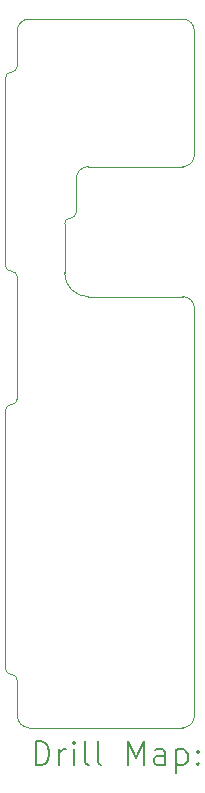
<source format=gbr>
%TF.GenerationSoftware,KiCad,Pcbnew,7.0.11-7.0.11~ubuntu23.10.1*%
%TF.CreationDate,2024-06-17T23:23:06+02:00*%
%TF.ProjectId,Hardware_NanoPi_v7_ConnectorPlate,48617264-7761-4726-955f-4e616e6f5069,rev?*%
%TF.SameCoordinates,Original*%
%TF.FileFunction,Drillmap*%
%TF.FilePolarity,Positive*%
%FSLAX45Y45*%
G04 Gerber Fmt 4.5, Leading zero omitted, Abs format (unit mm)*
G04 Created by KiCad (PCBNEW 7.0.11-7.0.11~ubuntu23.10.1) date 2024-06-17 23:23:06*
%MOMM*%
%LPD*%
G01*
G04 APERTURE LIST*
%ADD10C,0.100000*%
%ADD11C,0.200000*%
G04 APERTURE END LIST*
D10*
X0Y2485355D02*
X0Y300000D01*
X50000Y2535360D02*
G75*
G03*
X0Y2485355I0J-50000D01*
G01*
X1600000Y4650000D02*
X1600000Y5700000D01*
X100005Y3614645D02*
G75*
G03*
X50000Y3664645I-50005J-5D01*
G01*
X550000Y4114640D02*
G75*
G03*
X500000Y4064645I0J-50000D01*
G01*
X0Y5300000D02*
X0Y3714645D01*
X700000Y4550000D02*
X1500000Y4550000D01*
X1500000Y-200000D02*
G75*
G03*
X1600000Y-100000I0J100000D01*
G01*
X50000Y5350000D02*
G75*
G03*
X100000Y5400000I0J50000D01*
G01*
X1600000Y5700000D02*
G75*
G03*
X1500000Y5800000I-100000J0D01*
G01*
X100000Y-100000D02*
G75*
G03*
X200000Y-200000I100000J0D01*
G01*
X100000Y3614645D02*
X100000Y2585355D01*
X200000Y5800000D02*
G75*
G03*
X100000Y5700000I0J-100000D01*
G01*
X550000Y4114640D02*
G75*
G03*
X600000Y4164645I0J50000D01*
G01*
X1600000Y3350000D02*
G75*
G03*
X1500000Y3450000I-100000J0D01*
G01*
X600000Y4164645D02*
X600000Y4450000D01*
X100000Y200000D02*
X100000Y-100000D01*
X5Y3714645D02*
G75*
G03*
X50000Y3664645I49995J-5D01*
G01*
X700000Y4550000D02*
G75*
G03*
X600000Y4450000I0J-100000D01*
G01*
X1500000Y4550000D02*
G75*
G03*
X1600000Y4650000I0J100000D01*
G01*
X50000Y5350000D02*
G75*
G03*
X0Y5300000I0J-50000D01*
G01*
X1600000Y-100000D02*
X1600000Y3350000D01*
X1500000Y5800000D02*
X200000Y5800000D01*
X100000Y200000D02*
G75*
G03*
X50000Y250000I-50000J0D01*
G01*
X1500000Y3450000D02*
X700000Y3450000D01*
X0Y300000D02*
G75*
G03*
X50000Y250000I50000J0D01*
G01*
X50000Y2535360D02*
G75*
G03*
X100000Y2585355I0J50000D01*
G01*
X500000Y4064645D02*
X500000Y3650000D01*
X100000Y5700000D02*
X100000Y5400000D01*
X500000Y3650000D02*
G75*
G03*
X700000Y3450000I200000J0D01*
G01*
X1500000Y-200000D02*
X200000Y-200000D01*
D11*
X255777Y-516484D02*
X255777Y-316484D01*
X255777Y-316484D02*
X303396Y-316484D01*
X303396Y-316484D02*
X331967Y-326008D01*
X331967Y-326008D02*
X351015Y-345055D01*
X351015Y-345055D02*
X360539Y-364103D01*
X360539Y-364103D02*
X370062Y-402198D01*
X370062Y-402198D02*
X370062Y-430769D01*
X370062Y-430769D02*
X360539Y-468865D01*
X360539Y-468865D02*
X351015Y-487912D01*
X351015Y-487912D02*
X331967Y-506960D01*
X331967Y-506960D02*
X303396Y-516484D01*
X303396Y-516484D02*
X255777Y-516484D01*
X455777Y-516484D02*
X455777Y-383150D01*
X455777Y-421246D02*
X465301Y-402198D01*
X465301Y-402198D02*
X474824Y-392674D01*
X474824Y-392674D02*
X493872Y-383150D01*
X493872Y-383150D02*
X512920Y-383150D01*
X579586Y-516484D02*
X579586Y-383150D01*
X579586Y-316484D02*
X570063Y-326008D01*
X570063Y-326008D02*
X579586Y-335531D01*
X579586Y-335531D02*
X589110Y-326008D01*
X589110Y-326008D02*
X579586Y-316484D01*
X579586Y-316484D02*
X579586Y-335531D01*
X703396Y-516484D02*
X684348Y-506960D01*
X684348Y-506960D02*
X674824Y-487912D01*
X674824Y-487912D02*
X674824Y-316484D01*
X808158Y-516484D02*
X789110Y-506960D01*
X789110Y-506960D02*
X779586Y-487912D01*
X779586Y-487912D02*
X779586Y-316484D01*
X1036729Y-516484D02*
X1036729Y-316484D01*
X1036729Y-316484D02*
X1103396Y-459341D01*
X1103396Y-459341D02*
X1170063Y-316484D01*
X1170063Y-316484D02*
X1170063Y-516484D01*
X1351015Y-516484D02*
X1351015Y-411722D01*
X1351015Y-411722D02*
X1341491Y-392674D01*
X1341491Y-392674D02*
X1322444Y-383150D01*
X1322444Y-383150D02*
X1284348Y-383150D01*
X1284348Y-383150D02*
X1265301Y-392674D01*
X1351015Y-506960D02*
X1331967Y-516484D01*
X1331967Y-516484D02*
X1284348Y-516484D01*
X1284348Y-516484D02*
X1265301Y-506960D01*
X1265301Y-506960D02*
X1255777Y-487912D01*
X1255777Y-487912D02*
X1255777Y-468865D01*
X1255777Y-468865D02*
X1265301Y-449817D01*
X1265301Y-449817D02*
X1284348Y-440293D01*
X1284348Y-440293D02*
X1331967Y-440293D01*
X1331967Y-440293D02*
X1351015Y-430769D01*
X1446253Y-383150D02*
X1446253Y-583150D01*
X1446253Y-392674D02*
X1465301Y-383150D01*
X1465301Y-383150D02*
X1503396Y-383150D01*
X1503396Y-383150D02*
X1522443Y-392674D01*
X1522443Y-392674D02*
X1531967Y-402198D01*
X1531967Y-402198D02*
X1541491Y-421246D01*
X1541491Y-421246D02*
X1541491Y-478388D01*
X1541491Y-478388D02*
X1531967Y-497436D01*
X1531967Y-497436D02*
X1522443Y-506960D01*
X1522443Y-506960D02*
X1503396Y-516484D01*
X1503396Y-516484D02*
X1465301Y-516484D01*
X1465301Y-516484D02*
X1446253Y-506960D01*
X1627205Y-497436D02*
X1636729Y-506960D01*
X1636729Y-506960D02*
X1627205Y-516484D01*
X1627205Y-516484D02*
X1617682Y-506960D01*
X1617682Y-506960D02*
X1627205Y-497436D01*
X1627205Y-497436D02*
X1627205Y-516484D01*
X1627205Y-392674D02*
X1636729Y-402198D01*
X1636729Y-402198D02*
X1627205Y-411722D01*
X1627205Y-411722D02*
X1617682Y-402198D01*
X1617682Y-402198D02*
X1627205Y-392674D01*
X1627205Y-392674D02*
X1627205Y-411722D01*
M02*

</source>
